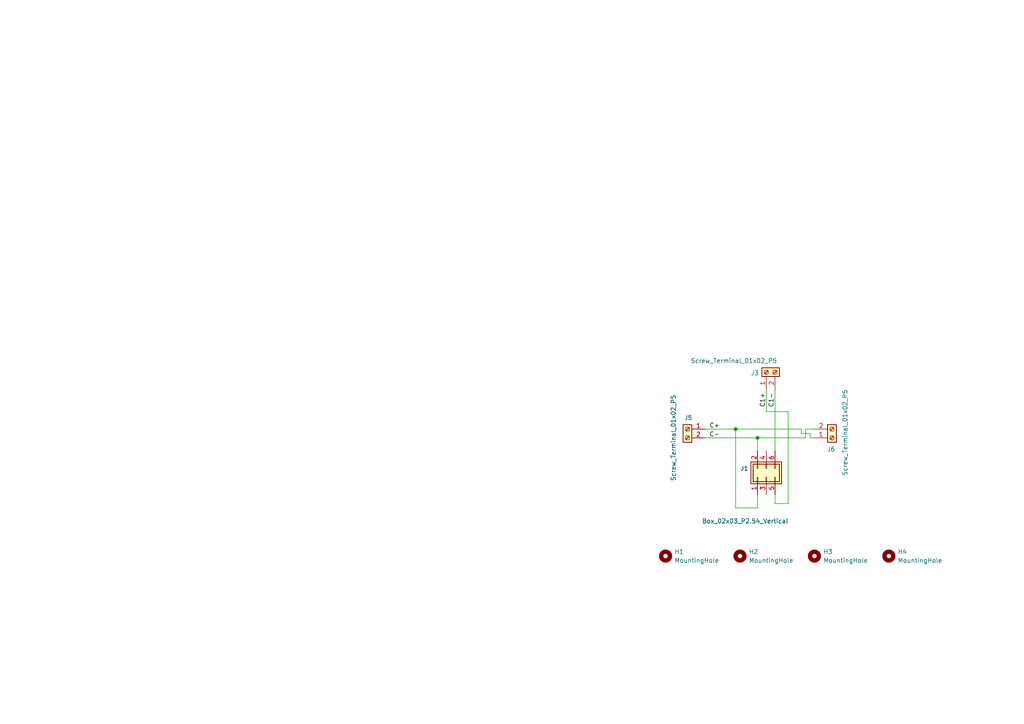
<source format=kicad_sch>
(kicad_sch (version 20231120) (generator "eeschema") (generator_version "8.0")
  (paper "A4")
  (title_block (date "2025-01-16"))
  (lib_symbols
    (symbol "_kh_library:Box_02x03_P2.54_Vertical" (pin_names (offset 1.016) hide)
      (property "Reference" "J" (at 1.27 5.588 0))
      (property "Value" "Box_02x03_P2.54_Vertical" (at 1.27 -6.35 0))
      (symbol "Box_02x03_P2.54_Vertical_1_1"
        (rectangle (start -1.905 4.445) (end 4.445 -4.445) (stroke (width 0.254)) (fill (type background)))
        (rectangle (start -1.27 -2.413) (end 0 -2.667) (stroke (width 0.1524)))
        (rectangle (start -1.27 0.127) (end 0 -0.127) (stroke (width 0.1524)))
        (rectangle (start -1.27 2.667) (end 0 2.413) (stroke (width 0.1524)))
        (rectangle (start -1.27 3.81) (end 3.81 -3.81) (stroke (width 0.254)) (fill (type background)))
        (rectangle (start 3.81 -2.413) (end 2.54 -2.667) (stroke (width 0.1524)))
        (rectangle (start 3.81 0.127) (end 2.54 -0.127) (stroke (width 0.1524)))
        (rectangle (start 3.81 2.667) (end 2.54 2.413) (stroke (width 0.1524)))
        (pin passive line (at -5.08 2.54 0) (length 3.81) (name "Pin_1") (number "1"))
        (pin passive line (at 7.62 2.54 180) (length 3.81) (name "Pin_2") (number "2"))
        (pin passive line (at -5.08 0 0) (length 3.81) (name "Pin_3") (number "3"))
        (pin passive line (at 7.62 0 180) (length 3.81) (name "Pin_4") (number "4"))
        (pin passive line (at -5.08 -2.54 0) (length 3.81) (name "Pin_5") (number "5"))
        (pin passive line (at 7.62 -2.54 180) (length 3.81) (name "Pin_6") (number "6"))
      )
    )
    (symbol "_kh_library:MountingHole" (pin_names (offset 1.016)) (exclude_from_sim yes) (in_bom no)
      (property "Reference" "H" (at 0 5.08 0))
      (property "Value" "MountingHole" (at 0 3.175 0))
      (symbol "MountingHole_0_1"
        (circle (center 0 0) (radius 1.27) (stroke (width 1.27)))
      )
    )
    (symbol "_kh_library:Screw_Terminal_01x02_P5" (pin_names (offset 1.016) hide)
      (property "Reference" "J" (at 2.286 0 0))
      (property "Value" "Screw_Terminal_01x02_P5" (at 6.35 -1.016 90))
      (symbol "Screw_Terminal_01x02_P5_1_1"
        (rectangle (start -1.27 1.27) (end 1.27 -3.81) (stroke (width 0.254)) (fill (type background)))
        (circle (center 0 -2.54) (radius 0.635) (stroke (width 0.1524)))
        (polyline (pts (xy -0.5334 -2.2098) (xy 0.3302 -3.048)) (stroke (width 0.1524)))
        (polyline (pts (xy -0.5334 0.3302) (xy 0.3302 -0.508)) (stroke (width 0.1524)))
        (polyline (pts (xy -0.3556 -2.032) (xy 0.508 -2.8702)) (stroke (width 0.1524)))
        (polyline (pts (xy -0.3556 0.508) (xy 0.508 -0.3302)) (stroke (width 0.1524)))
        (circle (center 0 0) (radius 0.635) (stroke (width 0.1524)))
        (pin passive line (at -5.08 0 0) (length 3.81) (name "Pin_1") (number "1"))
        (pin passive line (at -5.08 -2.54 0) (length 3.81) (name "Pin_2") (number "2"))
      )
    )
  )
  (junction (at 219.71 127))
  (junction (at 213.36 124.46))
  (wire (pts (xy 236.22 127) (xy 234.95 127)))
  (wire (pts (xy 234.95 125.73) (xy 232.41 125.73)))
  (wire (pts (xy 234.95 127) (xy 234.95 125.73)))
  (wire (pts (xy 232.41 125.73) (xy 232.41 124.46)))
  (wire (pts (xy 213.36 124.46) (xy 204.47 124.46)))
  (wire (pts (xy 219.71 147.32) (xy 213.36 147.32)))
  (wire (pts (xy 219.71 127) (xy 219.71 130.81)))
  (wire (pts (xy 224.79 113.03) (xy 224.79 130.81)))
  (wire (pts (xy 222.25 113.03) (xy 222.25 119.38)))
  (wire (pts (xy 224.79 143.51) (xy 224.79 146.05)))
  (wire (pts (xy 228.6 119.38) (xy 228.6 146.05)))
  (wire (pts (xy 233.68 124.46) (xy 236.22 124.46)))
  (wire (pts (xy 233.68 127) (xy 233.68 124.46)))
  (wire (pts (xy 204.47 127) (xy 219.71 127)))
  (wire (pts (xy 219.71 143.51) (xy 219.71 147.32)))
  (wire (pts (xy 219.71 127) (xy 233.68 127)))
  (wire (pts (xy 213.36 124.46) (xy 232.41 124.46)))
  (wire (pts (xy 228.6 146.05) (xy 224.79 146.05)))
  (wire (pts (xy 213.36 147.32) (xy 213.36 124.46)))
  (wire (pts (xy 222.25 119.38) (xy 228.6 119.38)))
  (label "C-" (at 205.74 127 0))
  (label "C+" (at 205.74 124.46 0))
  (label "C1+" (at 222.25 118.11 90))
  (label "C1-" (at 224.79 118.11 90))
  (symbol (lib_id "_kh_library:MountingHole") (at 193.04 161.29 0) (unit 1) (exclude_from_sim yes) (in_bom no)
    (property "Reference" "H1" (at 195.58 160.0199 0) (effects (justify left)))
    (property "Value" "MountingHole" (at 195.58 162.5599 0) (effects (justify left)))
    (property "Footprint" "_kh_library:MountingHole_2.2mm_M2_Pad_TopBottom_kh" (effects (hide yes)))
    (property "Description" "Mounting Hole without connection" (effects (hide yes)))
  )
  (symbol (lib_id "_kh_library:Screw_Terminal_01x02_P5") (at 222.25 107.95 90) (unit 1)
    (property "Reference" "J3" (at 218.948 108.204 90))
    (property "Value" "Screw_Terminal_01x02_P5" (at 212.852 104.648 90))
    (property "Footprint" "_kh_library:Screw_Terminal_01x02_P5" (effects (hide yes)))
    (property "Description" "Generic screw terminal, single row, 01x02" (effects (hide yes)))
  )
  (symbol (lib_id "_kh_library:MountingHole") (at 257.81 161.29 0) (unit 1) (exclude_from_sim yes) (in_bom no)
    (property "Reference" "H4" (at 260.35 160.0199 0) (effects (justify left)))
    (property "Value" "MountingHole" (at 260.35 162.5599 0) (effects (justify left)))
    (property "Footprint" "_kh_library:MountingHole_2.2mm_M2_Pad_TopBottom_kh" (effects (hide yes)))
    (property "Description" "Mounting Hole without connection" (effects (hide yes)))
  )
  (symbol (lib_id "_kh_library:Screw_Terminal_01x02_P5") (at 199.39 124.46 0) (mirror y) (unit 1)
    (property "Reference" "J5" (at 199.644 121.158 0))
    (property "Value" "Screw_Terminal_01x02_P5" (at 195.326 127 90))
    (property "Footprint" "_kh_library:Screw_Terminal_01x02_P5" (effects (hide yes)))
    (property "Description" "Generic screw terminal, single row, 01x02" (effects (hide yes)))
  )
  (symbol (lib_id "_kh_library:Box_02x03_P2.54_Vertical") (at 222.25 138.43 90) (unit 1)
    (property "Reference" "J1" (at 215.9 135.89 90))
    (property "Value" "Box_02x03_P2.54_Vertical" (at 216.154 151.13 90))
    (property "Footprint" "_kh_library:Box_02x03_P2.54mm_Vertical_kh" (effects (hide yes)))
    (property "Description" "Box Header connector, double row, 02x03, odd/even pin numbering scheme" (effects (hide yes)))
  )
  (symbol (lib_id "_kh_library:Screw_Terminal_01x02_P5") (at 241.3 127 0) (mirror x) (unit 1)
    (property "Reference" "J6" (at 241.046 130.302 0))
    (property "Value" "Screw_Terminal_01x02_P5" (at 245.11 125.476 90))
    (property "Footprint" "_kh_library:Screw_Terminal_01x02_P5" (effects (hide yes)))
    (property "Description" "Generic screw terminal, single row, 01x02" (effects (hide yes)))
  )
  (symbol (lib_id "_kh_library:MountingHole") (at 214.63 161.29 0) (unit 1) (exclude_from_sim yes) (in_bom no)
    (property "Reference" "H2" (at 217.17 160.0199 0) (effects (justify left)))
    (property "Value" "MountingHole" (at 217.17 162.5599 0) (effects (justify left)))
    (property "Footprint" "_kh_library:MountingHole_2.2mm_M2_Pad_TopBottom_kh" (effects (hide yes)))
    (property "Description" "Mounting Hole without connection" (effects (hide yes)))
  )
  (symbol (lib_id "_kh_library:MountingHole") (at 236.22 161.29 0) (unit 1) (exclude_from_sim yes) (in_bom no)
    (property "Reference" "H3" (at 238.76 160.0199 0) (effects (justify left)))
    (property "Value" "MountingHole" (at 238.76 162.5599 0) (effects (justify left)))
    (property "Footprint" "_kh_library:MountingHole_2.2mm_M2_Pad_TopBottom_kh" (effects (hide yes)))
    (property "Description" "Mounting Hole without connection" (effects (hide yes)))
  )
)
</source>
